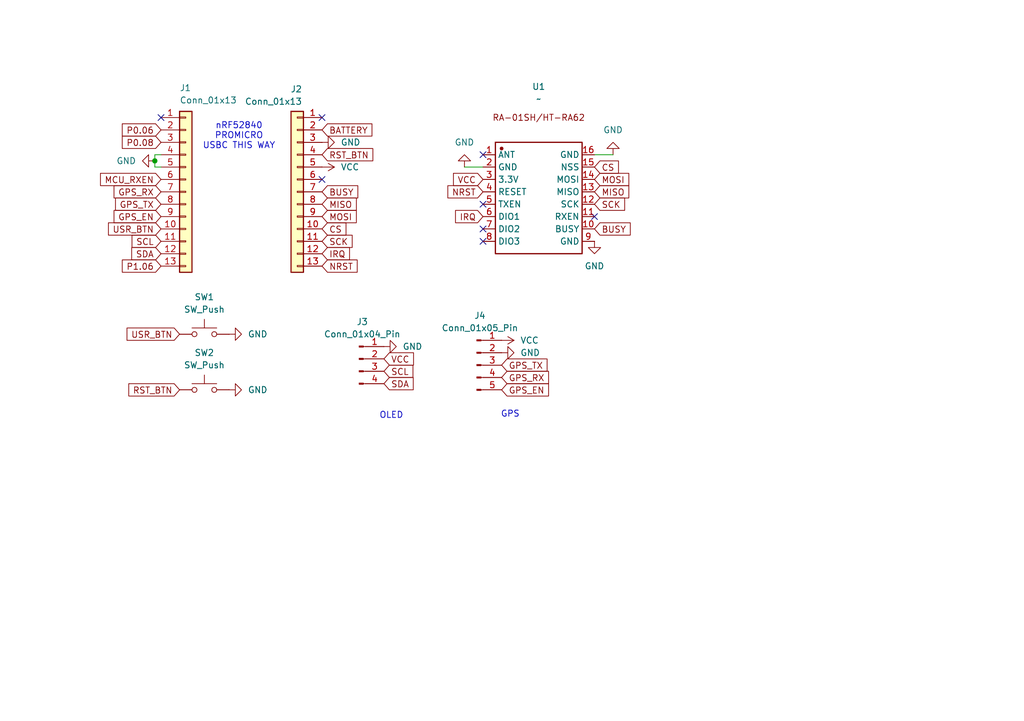
<source format=kicad_sch>
(kicad_sch
	(version 20250114)
	(generator "eeschema")
	(generator_version "9.0")
	(uuid "05221093-dd14-4db0-8994-62be392b6811")
	(paper "A5")
	(lib_symbols
		(symbol "Connector:Conn_01x04_Pin"
			(pin_names
				(offset 1.016)
				(hide yes)
			)
			(exclude_from_sim no)
			(in_bom yes)
			(on_board yes)
			(property "Reference" "J"
				(at 0 5.08 0)
				(effects
					(font
						(size 1.27 1.27)
					)
				)
			)
			(property "Value" "Conn_01x04_Pin"
				(at 0 -7.62 0)
				(effects
					(font
						(size 1.27 1.27)
					)
				)
			)
			(property "Footprint" ""
				(at 0 0 0)
				(effects
					(font
						(size 1.27 1.27)
					)
					(hide yes)
				)
			)
			(property "Datasheet" "~"
				(at 0 0 0)
				(effects
					(font
						(size 1.27 1.27)
					)
					(hide yes)
				)
			)
			(property "Description" "Generic connector, single row, 01x04, script generated"
				(at 0 0 0)
				(effects
					(font
						(size 1.27 1.27)
					)
					(hide yes)
				)
			)
			(property "ki_locked" ""
				(at 0 0 0)
				(effects
					(font
						(size 1.27 1.27)
					)
				)
			)
			(property "ki_keywords" "connector"
				(at 0 0 0)
				(effects
					(font
						(size 1.27 1.27)
					)
					(hide yes)
				)
			)
			(property "ki_fp_filters" "Connector*:*_1x??_*"
				(at 0 0 0)
				(effects
					(font
						(size 1.27 1.27)
					)
					(hide yes)
				)
			)
			(symbol "Conn_01x04_Pin_1_1"
				(rectangle
					(start 0.8636 2.667)
					(end 0 2.413)
					(stroke
						(width 0.1524)
						(type default)
					)
					(fill
						(type outline)
					)
				)
				(rectangle
					(start 0.8636 0.127)
					(end 0 -0.127)
					(stroke
						(width 0.1524)
						(type default)
					)
					(fill
						(type outline)
					)
				)
				(rectangle
					(start 0.8636 -2.413)
					(end 0 -2.667)
					(stroke
						(width 0.1524)
						(type default)
					)
					(fill
						(type outline)
					)
				)
				(rectangle
					(start 0.8636 -4.953)
					(end 0 -5.207)
					(stroke
						(width 0.1524)
						(type default)
					)
					(fill
						(type outline)
					)
				)
				(polyline
					(pts
						(xy 1.27 2.54) (xy 0.8636 2.54)
					)
					(stroke
						(width 0.1524)
						(type default)
					)
					(fill
						(type none)
					)
				)
				(polyline
					(pts
						(xy 1.27 0) (xy 0.8636 0)
					)
					(stroke
						(width 0.1524)
						(type default)
					)
					(fill
						(type none)
					)
				)
				(polyline
					(pts
						(xy 1.27 -2.54) (xy 0.8636 -2.54)
					)
					(stroke
						(width 0.1524)
						(type default)
					)
					(fill
						(type none)
					)
				)
				(polyline
					(pts
						(xy 1.27 -5.08) (xy 0.8636 -5.08)
					)
					(stroke
						(width 0.1524)
						(type default)
					)
					(fill
						(type none)
					)
				)
				(pin passive line
					(at 5.08 2.54 180)
					(length 3.81)
					(name "Pin_1"
						(effects
							(font
								(size 1.27 1.27)
							)
						)
					)
					(number "1"
						(effects
							(font
								(size 1.27 1.27)
							)
						)
					)
				)
				(pin passive line
					(at 5.08 0 180)
					(length 3.81)
					(name "Pin_2"
						(effects
							(font
								(size 1.27 1.27)
							)
						)
					)
					(number "2"
						(effects
							(font
								(size 1.27 1.27)
							)
						)
					)
				)
				(pin passive line
					(at 5.08 -2.54 180)
					(length 3.81)
					(name "Pin_3"
						(effects
							(font
								(size 1.27 1.27)
							)
						)
					)
					(number "3"
						(effects
							(font
								(size 1.27 1.27)
							)
						)
					)
				)
				(pin passive line
					(at 5.08 -5.08 180)
					(length 3.81)
					(name "Pin_4"
						(effects
							(font
								(size 1.27 1.27)
							)
						)
					)
					(number "4"
						(effects
							(font
								(size 1.27 1.27)
							)
						)
					)
				)
			)
			(embedded_fonts no)
		)
		(symbol "Connector:Conn_01x05_Pin"
			(pin_names
				(offset 1.016)
				(hide yes)
			)
			(exclude_from_sim no)
			(in_bom yes)
			(on_board yes)
			(property "Reference" "J"
				(at 0 7.62 0)
				(effects
					(font
						(size 1.27 1.27)
					)
				)
			)
			(property "Value" "Conn_01x05_Pin"
				(at 0 -7.62 0)
				(effects
					(font
						(size 1.27 1.27)
					)
				)
			)
			(property "Footprint" ""
				(at 0 0 0)
				(effects
					(font
						(size 1.27 1.27)
					)
					(hide yes)
				)
			)
			(property "Datasheet" "~"
				(at 0 0 0)
				(effects
					(font
						(size 1.27 1.27)
					)
					(hide yes)
				)
			)
			(property "Description" "Generic connector, single row, 01x05, script generated"
				(at 0 0 0)
				(effects
					(font
						(size 1.27 1.27)
					)
					(hide yes)
				)
			)
			(property "ki_locked" ""
				(at 0 0 0)
				(effects
					(font
						(size 1.27 1.27)
					)
				)
			)
			(property "ki_keywords" "connector"
				(at 0 0 0)
				(effects
					(font
						(size 1.27 1.27)
					)
					(hide yes)
				)
			)
			(property "ki_fp_filters" "Connector*:*_1x??_*"
				(at 0 0 0)
				(effects
					(font
						(size 1.27 1.27)
					)
					(hide yes)
				)
			)
			(symbol "Conn_01x05_Pin_1_1"
				(rectangle
					(start 0.8636 5.207)
					(end 0 4.953)
					(stroke
						(width 0.1524)
						(type default)
					)
					(fill
						(type outline)
					)
				)
				(rectangle
					(start 0.8636 2.667)
					(end 0 2.413)
					(stroke
						(width 0.1524)
						(type default)
					)
					(fill
						(type outline)
					)
				)
				(rectangle
					(start 0.8636 0.127)
					(end 0 -0.127)
					(stroke
						(width 0.1524)
						(type default)
					)
					(fill
						(type outline)
					)
				)
				(rectangle
					(start 0.8636 -2.413)
					(end 0 -2.667)
					(stroke
						(width 0.1524)
						(type default)
					)
					(fill
						(type outline)
					)
				)
				(rectangle
					(start 0.8636 -4.953)
					(end 0 -5.207)
					(stroke
						(width 0.1524)
						(type default)
					)
					(fill
						(type outline)
					)
				)
				(polyline
					(pts
						(xy 1.27 5.08) (xy 0.8636 5.08)
					)
					(stroke
						(width 0.1524)
						(type default)
					)
					(fill
						(type none)
					)
				)
				(polyline
					(pts
						(xy 1.27 2.54) (xy 0.8636 2.54)
					)
					(stroke
						(width 0.1524)
						(type default)
					)
					(fill
						(type none)
					)
				)
				(polyline
					(pts
						(xy 1.27 0) (xy 0.8636 0)
					)
					(stroke
						(width 0.1524)
						(type default)
					)
					(fill
						(type none)
					)
				)
				(polyline
					(pts
						(xy 1.27 -2.54) (xy 0.8636 -2.54)
					)
					(stroke
						(width 0.1524)
						(type default)
					)
					(fill
						(type none)
					)
				)
				(polyline
					(pts
						(xy 1.27 -5.08) (xy 0.8636 -5.08)
					)
					(stroke
						(width 0.1524)
						(type default)
					)
					(fill
						(type none)
					)
				)
				(pin passive line
					(at 5.08 5.08 180)
					(length 3.81)
					(name "Pin_1"
						(effects
							(font
								(size 1.27 1.27)
							)
						)
					)
					(number "1"
						(effects
							(font
								(size 1.27 1.27)
							)
						)
					)
				)
				(pin passive line
					(at 5.08 2.54 180)
					(length 3.81)
					(name "Pin_2"
						(effects
							(font
								(size 1.27 1.27)
							)
						)
					)
					(number "2"
						(effects
							(font
								(size 1.27 1.27)
							)
						)
					)
				)
				(pin passive line
					(at 5.08 0 180)
					(length 3.81)
					(name "Pin_3"
						(effects
							(font
								(size 1.27 1.27)
							)
						)
					)
					(number "3"
						(effects
							(font
								(size 1.27 1.27)
							)
						)
					)
				)
				(pin passive line
					(at 5.08 -2.54 180)
					(length 3.81)
					(name "Pin_4"
						(effects
							(font
								(size 1.27 1.27)
							)
						)
					)
					(number "4"
						(effects
							(font
								(size 1.27 1.27)
							)
						)
					)
				)
				(pin passive line
					(at 5.08 -5.08 180)
					(length 3.81)
					(name "Pin_5"
						(effects
							(font
								(size 1.27 1.27)
							)
						)
					)
					(number "5"
						(effects
							(font
								(size 1.27 1.27)
							)
						)
					)
				)
			)
			(embedded_fonts no)
		)
		(symbol "Connector_Generic:Conn_01x13"
			(pin_names
				(offset 1.016)
				(hide yes)
			)
			(exclude_from_sim no)
			(in_bom yes)
			(on_board yes)
			(property "Reference" "J"
				(at 0 17.78 0)
				(effects
					(font
						(size 1.27 1.27)
					)
				)
			)
			(property "Value" "Conn_01x13"
				(at 0 -17.78 0)
				(effects
					(font
						(size 1.27 1.27)
					)
				)
			)
			(property "Footprint" ""
				(at 0 0 0)
				(effects
					(font
						(size 1.27 1.27)
					)
					(hide yes)
				)
			)
			(property "Datasheet" "~"
				(at 0 0 0)
				(effects
					(font
						(size 1.27 1.27)
					)
					(hide yes)
				)
			)
			(property "Description" "Generic connector, single row, 01x13, script generated (kicad-library-utils/schlib/autogen/connector/)"
				(at 0 0 0)
				(effects
					(font
						(size 1.27 1.27)
					)
					(hide yes)
				)
			)
			(property "ki_keywords" "connector"
				(at 0 0 0)
				(effects
					(font
						(size 1.27 1.27)
					)
					(hide yes)
				)
			)
			(property "ki_fp_filters" "Connector*:*_1x??_*"
				(at 0 0 0)
				(effects
					(font
						(size 1.27 1.27)
					)
					(hide yes)
				)
			)
			(symbol "Conn_01x13_1_1"
				(rectangle
					(start -1.27 16.51)
					(end 1.27 -16.51)
					(stroke
						(width 0.254)
						(type default)
					)
					(fill
						(type background)
					)
				)
				(rectangle
					(start -1.27 15.367)
					(end 0 15.113)
					(stroke
						(width 0.1524)
						(type default)
					)
					(fill
						(type none)
					)
				)
				(rectangle
					(start -1.27 12.827)
					(end 0 12.573)
					(stroke
						(width 0.1524)
						(type default)
					)
					(fill
						(type none)
					)
				)
				(rectangle
					(start -1.27 10.287)
					(end 0 10.033)
					(stroke
						(width 0.1524)
						(type default)
					)
					(fill
						(type none)
					)
				)
				(rectangle
					(start -1.27 7.747)
					(end 0 7.493)
					(stroke
						(width 0.1524)
						(type default)
					)
					(fill
						(type none)
					)
				)
				(rectangle
					(start -1.27 5.207)
					(end 0 4.953)
					(stroke
						(width 0.1524)
						(type default)
					)
					(fill
						(type none)
					)
				)
				(rectangle
					(start -1.27 2.667)
					(end 0 2.413)
					(stroke
						(width 0.1524)
						(type default)
					)
					(fill
						(type none)
					)
				)
				(rectangle
					(start -1.27 0.127)
					(end 0 -0.127)
					(stroke
						(width 0.1524)
						(type default)
					)
					(fill
						(type none)
					)
				)
				(rectangle
					(start -1.27 -2.413)
					(end 0 -2.667)
					(stroke
						(width 0.1524)
						(type default)
					)
					(fill
						(type none)
					)
				)
				(rectangle
					(start -1.27 -4.953)
					(end 0 -5.207)
					(stroke
						(width 0.1524)
						(type default)
					)
					(fill
						(type none)
					)
				)
				(rectangle
					(start -1.27 -7.493)
					(end 0 -7.747)
					(stroke
						(width 0.1524)
						(type default)
					)
					(fill
						(type none)
					)
				)
				(rectangle
					(start -1.27 -10.033)
					(end 0 -10.287)
					(stroke
						(width 0.1524)
						(type default)
					)
					(fill
						(type none)
					)
				)
				(rectangle
					(start -1.27 -12.573)
					(end 0 -12.827)
					(stroke
						(width 0.1524)
						(type default)
					)
					(fill
						(type none)
					)
				)
				(rectangle
					(start -1.27 -15.113)
					(end 0 -15.367)
					(stroke
						(width 0.1524)
						(type default)
					)
					(fill
						(type none)
					)
				)
				(pin passive line
					(at -5.08 15.24 0)
					(length 3.81)
					(name "Pin_1"
						(effects
							(font
								(size 1.27 1.27)
							)
						)
					)
					(number "1"
						(effects
							(font
								(size 1.27 1.27)
							)
						)
					)
				)
				(pin passive line
					(at -5.08 12.7 0)
					(length 3.81)
					(name "Pin_2"
						(effects
							(font
								(size 1.27 1.27)
							)
						)
					)
					(number "2"
						(effects
							(font
								(size 1.27 1.27)
							)
						)
					)
				)
				(pin passive line
					(at -5.08 10.16 0)
					(length 3.81)
					(name "Pin_3"
						(effects
							(font
								(size 1.27 1.27)
							)
						)
					)
					(number "3"
						(effects
							(font
								(size 1.27 1.27)
							)
						)
					)
				)
				(pin passive line
					(at -5.08 7.62 0)
					(length 3.81)
					(name "Pin_4"
						(effects
							(font
								(size 1.27 1.27)
							)
						)
					)
					(number "4"
						(effects
							(font
								(size 1.27 1.27)
							)
						)
					)
				)
				(pin passive line
					(at -5.08 5.08 0)
					(length 3.81)
					(name "Pin_5"
						(effects
							(font
								(size 1.27 1.27)
							)
						)
					)
					(number "5"
						(effects
							(font
								(size 1.27 1.27)
							)
						)
					)
				)
				(pin passive line
					(at -5.08 2.54 0)
					(length 3.81)
					(name "Pin_6"
						(effects
							(font
								(size 1.27 1.27)
							)
						)
					)
					(number "6"
						(effects
							(font
								(size 1.27 1.27)
							)
						)
					)
				)
				(pin passive line
					(at -5.08 0 0)
					(length 3.81)
					(name "Pin_7"
						(effects
							(font
								(size 1.27 1.27)
							)
						)
					)
					(number "7"
						(effects
							(font
								(size 1.27 1.27)
							)
						)
					)
				)
				(pin passive line
					(at -5.08 -2.54 0)
					(length 3.81)
					(name "Pin_8"
						(effects
							(font
								(size 1.27 1.27)
							)
						)
					)
					(number "8"
						(effects
							(font
								(size 1.27 1.27)
							)
						)
					)
				)
				(pin passive line
					(at -5.08 -5.08 0)
					(length 3.81)
					(name "Pin_9"
						(effects
							(font
								(size 1.27 1.27)
							)
						)
					)
					(number "9"
						(effects
							(font
								(size 1.27 1.27)
							)
						)
					)
				)
				(pin passive line
					(at -5.08 -7.62 0)
					(length 3.81)
					(name "Pin_10"
						(effects
							(font
								(size 1.27 1.27)
							)
						)
					)
					(number "10"
						(effects
							(font
								(size 1.27 1.27)
							)
						)
					)
				)
				(pin passive line
					(at -5.08 -10.16 0)
					(length 3.81)
					(name "Pin_11"
						(effects
							(font
								(size 1.27 1.27)
							)
						)
					)
					(number "11"
						(effects
							(font
								(size 1.27 1.27)
							)
						)
					)
				)
				(pin passive line
					(at -5.08 -12.7 0)
					(length 3.81)
					(name "Pin_12"
						(effects
							(font
								(size 1.27 1.27)
							)
						)
					)
					(number "12"
						(effects
							(font
								(size 1.27 1.27)
							)
						)
					)
				)
				(pin passive line
					(at -5.08 -15.24 0)
					(length 3.81)
					(name "Pin_13"
						(effects
							(font
								(size 1.27 1.27)
							)
						)
					)
					(number "13"
						(effects
							(font
								(size 1.27 1.27)
							)
						)
					)
				)
			)
			(embedded_fonts no)
		)
		(symbol "RA-01SH:RA-01SH"
			(exclude_from_sim no)
			(in_bom yes)
			(on_board yes)
			(property "Reference" "U"
				(at 0 19.05 0)
				(effects
					(font
						(size 1.27 1.27)
					)
				)
			)
			(property "Value" ""
				(at 0 0 0)
				(effects
					(font
						(size 1.27 1.27)
					)
				)
			)
			(property "Footprint" "RA-01SH:RA-01SH"
				(at 0 13.97 0)
				(effects
					(font
						(size 1.27 1.27)
					)
					(hide yes)
				)
			)
			(property "Datasheet" ""
				(at 0 0 0)
				(effects
					(font
						(size 1.27 1.27)
					)
					(hide yes)
				)
			)
			(property "Description" ""
				(at 0 0 0)
				(effects
					(font
						(size 1.27 1.27)
					)
					(hide yes)
				)
			)
			(symbol "RA-01SH_0_0"
				(rectangle
					(start -8.89 11.43)
					(end 8.89 -11.43)
					(stroke
						(width 0.254)
						(type solid)
					)
					(fill
						(type none)
					)
				)
				(circle
					(center -7.62 10.16)
					(radius 0.254)
					(stroke
						(width 0.254)
						(type solid)
					)
					(fill
						(type outline)
					)
				)
				(pin unspecified line
					(at -11.43 8.89 0)
					(length 2.54)
					(name "ANT"
						(effects
							(font
								(size 1.27 1.27)
							)
						)
					)
					(number "1"
						(effects
							(font
								(size 1.27 1.27)
							)
						)
					)
				)
				(pin unspecified line
					(at -11.43 6.35 0)
					(length 2.54)
					(name "GND"
						(effects
							(font
								(size 1.27 1.27)
							)
						)
					)
					(number "2"
						(effects
							(font
								(size 1.27 1.27)
							)
						)
					)
				)
				(pin unspecified line
					(at -11.43 3.81 0)
					(length 2.54)
					(name "3.3V"
						(effects
							(font
								(size 1.27 1.27)
							)
						)
					)
					(number "3"
						(effects
							(font
								(size 1.27 1.27)
							)
						)
					)
				)
				(pin unspecified line
					(at -11.43 1.27 0)
					(length 2.54)
					(name "RESET"
						(effects
							(font
								(size 1.27 1.27)
							)
						)
					)
					(number "4"
						(effects
							(font
								(size 1.27 1.27)
							)
						)
					)
				)
				(pin unspecified line
					(at -11.43 -1.27 0)
					(length 2.54)
					(name "TXEN"
						(effects
							(font
								(size 1.27 1.27)
							)
						)
					)
					(number "5"
						(effects
							(font
								(size 1.27 1.27)
							)
						)
					)
				)
				(pin unspecified line
					(at -11.43 -3.81 0)
					(length 2.54)
					(name "DIO1"
						(effects
							(font
								(size 1.27 1.27)
							)
						)
					)
					(number "6"
						(effects
							(font
								(size 1.27 1.27)
							)
						)
					)
				)
				(pin unspecified line
					(at -11.43 -6.35 0)
					(length 2.54)
					(name "DIO2"
						(effects
							(font
								(size 1.27 1.27)
							)
						)
					)
					(number "7"
						(effects
							(font
								(size 1.27 1.27)
							)
						)
					)
				)
				(pin unspecified line
					(at -11.43 -8.89 0)
					(length 2.54)
					(name "DIO3"
						(effects
							(font
								(size 1.27 1.27)
							)
						)
					)
					(number "8"
						(effects
							(font
								(size 1.27 1.27)
							)
						)
					)
				)
				(pin unspecified line
					(at 11.43 8.89 180)
					(length 2.54)
					(name "GND"
						(effects
							(font
								(size 1.27 1.27)
							)
						)
					)
					(number "16"
						(effects
							(font
								(size 1.27 1.27)
							)
						)
					)
				)
				(pin unspecified line
					(at 11.43 6.35 180)
					(length 2.54)
					(name "NSS"
						(effects
							(font
								(size 1.27 1.27)
							)
						)
					)
					(number "15"
						(effects
							(font
								(size 1.27 1.27)
							)
						)
					)
				)
				(pin unspecified line
					(at 11.43 3.81 180)
					(length 2.54)
					(name "MOSI"
						(effects
							(font
								(size 1.27 1.27)
							)
						)
					)
					(number "14"
						(effects
							(font
								(size 1.27 1.27)
							)
						)
					)
				)
				(pin unspecified line
					(at 11.43 1.27 180)
					(length 2.54)
					(name "MISO"
						(effects
							(font
								(size 1.27 1.27)
							)
						)
					)
					(number "13"
						(effects
							(font
								(size 1.27 1.27)
							)
						)
					)
				)
				(pin unspecified line
					(at 11.43 -1.27 180)
					(length 2.54)
					(name "SCK"
						(effects
							(font
								(size 1.27 1.27)
							)
						)
					)
					(number "12"
						(effects
							(font
								(size 1.27 1.27)
							)
						)
					)
				)
				(pin unspecified line
					(at 11.43 -3.81 180)
					(length 2.54)
					(name "RXEN"
						(effects
							(font
								(size 1.27 1.27)
							)
						)
					)
					(number "11"
						(effects
							(font
								(size 1.27 1.27)
							)
						)
					)
				)
				(pin unspecified line
					(at 11.43 -6.35 180)
					(length 2.54)
					(name "BUSY"
						(effects
							(font
								(size 1.27 1.27)
							)
						)
					)
					(number "10"
						(effects
							(font
								(size 1.27 1.27)
							)
						)
					)
				)
				(pin unspecified line
					(at 11.43 -8.89 180)
					(length 2.54)
					(name "GND"
						(effects
							(font
								(size 1.27 1.27)
							)
						)
					)
					(number "9"
						(effects
							(font
								(size 1.27 1.27)
							)
						)
					)
				)
			)
			(symbol "RA-01SH_1_1"
				(text "RA-01SH/HT-RA62\n"
					(at 0 16.51 0)
					(effects
						(font
							(size 1.27 1.27)
						)
					)
				)
			)
			(embedded_fonts no)
		)
		(symbol "Switch:SW_Push"
			(pin_numbers
				(hide yes)
			)
			(pin_names
				(offset 1.016)
				(hide yes)
			)
			(exclude_from_sim no)
			(in_bom yes)
			(on_board yes)
			(property "Reference" "SW"
				(at 1.27 2.54 0)
				(effects
					(font
						(size 1.27 1.27)
					)
					(justify left)
				)
			)
			(property "Value" "SW_Push"
				(at 0 -1.524 0)
				(effects
					(font
						(size 1.27 1.27)
					)
				)
			)
			(property "Footprint" ""
				(at 0 5.08 0)
				(effects
					(font
						(size 1.27 1.27)
					)
					(hide yes)
				)
			)
			(property "Datasheet" "~"
				(at 0 5.08 0)
				(effects
					(font
						(size 1.27 1.27)
					)
					(hide yes)
				)
			)
			(property "Description" "Push button switch, generic, two pins"
				(at 0 0 0)
				(effects
					(font
						(size 1.27 1.27)
					)
					(hide yes)
				)
			)
			(property "ki_keywords" "switch normally-open pushbutton push-button"
				(at 0 0 0)
				(effects
					(font
						(size 1.27 1.27)
					)
					(hide yes)
				)
			)
			(symbol "SW_Push_0_1"
				(circle
					(center -2.032 0)
					(radius 0.508)
					(stroke
						(width 0)
						(type default)
					)
					(fill
						(type none)
					)
				)
				(polyline
					(pts
						(xy 0 1.27) (xy 0 3.048)
					)
					(stroke
						(width 0)
						(type default)
					)
					(fill
						(type none)
					)
				)
				(circle
					(center 2.032 0)
					(radius 0.508)
					(stroke
						(width 0)
						(type default)
					)
					(fill
						(type none)
					)
				)
				(polyline
					(pts
						(xy 2.54 1.27) (xy -2.54 1.27)
					)
					(stroke
						(width 0)
						(type default)
					)
					(fill
						(type none)
					)
				)
				(pin passive line
					(at -5.08 0 0)
					(length 2.54)
					(name "1"
						(effects
							(font
								(size 1.27 1.27)
							)
						)
					)
					(number "1"
						(effects
							(font
								(size 1.27 1.27)
							)
						)
					)
				)
				(pin passive line
					(at 5.08 0 180)
					(length 2.54)
					(name "2"
						(effects
							(font
								(size 1.27 1.27)
							)
						)
					)
					(number "2"
						(effects
							(font
								(size 1.27 1.27)
							)
						)
					)
				)
			)
			(embedded_fonts no)
		)
		(symbol "power:GND"
			(power)
			(pin_numbers
				(hide yes)
			)
			(pin_names
				(offset 0)
				(hide yes)
			)
			(exclude_from_sim no)
			(in_bom yes)
			(on_board yes)
			(property "Reference" "#PWR"
				(at 0 -6.35 0)
				(effects
					(font
						(size 1.27 1.27)
					)
					(hide yes)
				)
			)
			(property "Value" "GND"
				(at 0 -3.81 0)
				(effects
					(font
						(size 1.27 1.27)
					)
				)
			)
			(property "Footprint" ""
				(at 0 0 0)
				(effects
					(font
						(size 1.27 1.27)
					)
					(hide yes)
				)
			)
			(property "Datasheet" ""
				(at 0 0 0)
				(effects
					(font
						(size 1.27 1.27)
					)
					(hide yes)
				)
			)
			(property "Description" "Power symbol creates a global label with name \"GND\" , ground"
				(at 0 0 0)
				(effects
					(font
						(size 1.27 1.27)
					)
					(hide yes)
				)
			)
			(property "ki_keywords" "global power"
				(at 0 0 0)
				(effects
					(font
						(size 1.27 1.27)
					)
					(hide yes)
				)
			)
			(symbol "GND_0_1"
				(polyline
					(pts
						(xy 0 0) (xy 0 -1.27) (xy 1.27 -1.27) (xy 0 -2.54) (xy -1.27 -1.27) (xy 0 -1.27)
					)
					(stroke
						(width 0)
						(type default)
					)
					(fill
						(type none)
					)
				)
			)
			(symbol "GND_1_1"
				(pin power_in line
					(at 0 0 270)
					(length 0)
					(name "~"
						(effects
							(font
								(size 1.27 1.27)
							)
						)
					)
					(number "1"
						(effects
							(font
								(size 1.27 1.27)
							)
						)
					)
				)
			)
			(embedded_fonts no)
		)
		(symbol "power:VCC"
			(power)
			(pin_numbers
				(hide yes)
			)
			(pin_names
				(offset 0)
				(hide yes)
			)
			(exclude_from_sim no)
			(in_bom yes)
			(on_board yes)
			(property "Reference" "#PWR"
				(at 0 -3.81 0)
				(effects
					(font
						(size 1.27 1.27)
					)
					(hide yes)
				)
			)
			(property "Value" "VCC"
				(at 0 3.556 0)
				(effects
					(font
						(size 1.27 1.27)
					)
				)
			)
			(property "Footprint" ""
				(at 0 0 0)
				(effects
					(font
						(size 1.27 1.27)
					)
					(hide yes)
				)
			)
			(property "Datasheet" ""
				(at 0 0 0)
				(effects
					(font
						(size 1.27 1.27)
					)
					(hide yes)
				)
			)
			(property "Description" "Power symbol creates a global label with name \"VCC\""
				(at 0 0 0)
				(effects
					(font
						(size 1.27 1.27)
					)
					(hide yes)
				)
			)
			(property "ki_keywords" "global power"
				(at 0 0 0)
				(effects
					(font
						(size 1.27 1.27)
					)
					(hide yes)
				)
			)
			(symbol "VCC_0_1"
				(polyline
					(pts
						(xy -0.762 1.27) (xy 0 2.54)
					)
					(stroke
						(width 0)
						(type default)
					)
					(fill
						(type none)
					)
				)
				(polyline
					(pts
						(xy 0 2.54) (xy 0.762 1.27)
					)
					(stroke
						(width 0)
						(type default)
					)
					(fill
						(type none)
					)
				)
				(polyline
					(pts
						(xy 0 0) (xy 0 2.54)
					)
					(stroke
						(width 0)
						(type default)
					)
					(fill
						(type none)
					)
				)
			)
			(symbol "VCC_1_1"
				(pin power_in line
					(at 0 0 90)
					(length 0)
					(name "~"
						(effects
							(font
								(size 1.27 1.27)
							)
						)
					)
					(number "1"
						(effects
							(font
								(size 1.27 1.27)
							)
						)
					)
				)
			)
			(embedded_fonts no)
		)
	)
	(text "OLED\n"
		(exclude_from_sim no)
		(at 80.264 85.344 0)
		(effects
			(font
				(size 1.27 1.27)
			)
		)
		(uuid "7876e371-aa20-490c-822d-17829fe0f674")
	)
	(text "GPS\n"
		(exclude_from_sim no)
		(at 104.648 85.09 0)
		(effects
			(font
				(size 1.27 1.27)
			)
		)
		(uuid "cb8579ac-1e03-4c7c-9a5c-39255b84a6f3")
	)
	(text "nRF52840\nPROMICRO\nUSBC THIS WAY"
		(exclude_from_sim no)
		(at 49.022 27.94 0)
		(effects
			(font
				(size 1.27 1.27)
			)
		)
		(uuid "feb4e78a-6b10-499b-b305-eaee636b3f80")
	)
	(junction
		(at 31.75 33.02)
		(diameter 0)
		(color 0 0 0 0)
		(uuid "146364c0-a1e3-47d5-b942-282508061d44")
	)
	(no_connect
		(at 99.06 46.99)
		(uuid "28ebd953-d020-4137-9d98-5d751f60c457")
	)
	(no_connect
		(at 99.06 31.75)
		(uuid "2bbe0fd6-b28d-4350-ad38-ddc1333d8a4f")
	)
	(no_connect
		(at 66.04 24.13)
		(uuid "93418fdc-4492-4546-ae11-748e710089dd")
	)
	(no_connect
		(at 66.04 36.83)
		(uuid "96f45436-a052-4380-b549-97ecd1b0e47f")
	)
	(no_connect
		(at 33.02 24.13)
		(uuid "9bc7c931-9305-459b-8bac-c365c2da5d42")
	)
	(no_connect
		(at 99.06 49.53)
		(uuid "9fc6fc65-3455-4666-b5bb-42829dd9b7b4")
	)
	(no_connect
		(at 121.92 44.45)
		(uuid "d69a2ecf-0ba8-4224-82ba-1ff6bb2fde64")
	)
	(no_connect
		(at 99.06 41.91)
		(uuid "f44c665f-3b27-479a-b33d-9c48dd625a63")
	)
	(wire
		(pts
			(xy 33.02 31.75) (xy 31.75 31.75)
		)
		(stroke
			(width 0)
			(type default)
		)
		(uuid "4ab58aee-b7cf-4557-ac18-0a62b48e0442")
	)
	(wire
		(pts
			(xy 33.02 34.29) (xy 31.75 34.29)
		)
		(stroke
			(width 0)
			(type default)
		)
		(uuid "5addde50-8385-46ec-96b0-7bc84b94521a")
	)
	(wire
		(pts
			(xy 125.73 31.75) (xy 121.92 31.75)
		)
		(stroke
			(width 0)
			(type default)
		)
		(uuid "6f48bc01-e0ce-4e1d-a57f-fde6db85cfa7")
	)
	(wire
		(pts
			(xy 31.75 34.29) (xy 31.75 33.02)
		)
		(stroke
			(width 0)
			(type default)
		)
		(uuid "7fbc20e8-1c14-4620-bef4-1539bd2a76ce")
	)
	(wire
		(pts
			(xy 95.25 34.29) (xy 99.06 34.29)
		)
		(stroke
			(width 0)
			(type default)
		)
		(uuid "8e586492-772a-45e5-9c24-991a802b4e0a")
	)
	(wire
		(pts
			(xy 31.75 31.75) (xy 31.75 33.02)
		)
		(stroke
			(width 0)
			(type default)
		)
		(uuid "d7f3779e-71f1-4303-8ed2-a70bd82f408d")
	)
	(global_label "USR_BTN"
		(shape input)
		(at 33.02 46.99 180)
		(fields_autoplaced yes)
		(effects
			(font
				(size 1.27 1.27)
			)
			(justify right)
		)
		(uuid "0a2000a3-d44b-493b-8966-debd322fba47")
		(property "Intersheetrefs" "${INTERSHEET_REFS}"
			(at 21.6891 46.99 0)
			(effects
				(font
					(size 1.27 1.27)
				)
				(justify right)
				(hide yes)
			)
		)
	)
	(global_label "BUSY"
		(shape input)
		(at 66.04 39.37 0)
		(fields_autoplaced yes)
		(effects
			(font
				(size 1.27 1.27)
			)
			(justify left)
		)
		(uuid "0c804a93-4c6d-4042-b523-f649e66a31d7")
		(property "Intersheetrefs" "${INTERSHEET_REFS}"
			(at 73.9238 39.37 0)
			(effects
				(font
					(size 1.27 1.27)
				)
				(justify left)
				(hide yes)
			)
		)
	)
	(global_label "BATTERY"
		(shape input)
		(at 66.04 26.67 0)
		(fields_autoplaced yes)
		(effects
			(font
				(size 1.27 1.27)
			)
			(justify left)
		)
		(uuid "19dda136-63b4-42aa-861e-dd48a1138318")
		(property "Intersheetrefs" "${INTERSHEET_REFS}"
			(at 76.8266 26.67 0)
			(effects
				(font
					(size 1.27 1.27)
				)
				(justify left)
				(hide yes)
			)
		)
	)
	(global_label "CS"
		(shape input)
		(at 66.04 46.99 0)
		(fields_autoplaced yes)
		(effects
			(font
				(size 1.27 1.27)
			)
			(justify left)
		)
		(uuid "1e676100-0904-49bd-a4c7-6a6035daf447")
		(property "Intersheetrefs" "${INTERSHEET_REFS}"
			(at 71.5047 46.99 0)
			(effects
				(font
					(size 1.27 1.27)
				)
				(justify left)
				(hide yes)
			)
		)
	)
	(global_label "VCC"
		(shape input)
		(at 99.06 36.83 180)
		(fields_autoplaced yes)
		(effects
			(font
				(size 1.27 1.27)
			)
			(justify right)
		)
		(uuid "208e9d47-279a-4ea5-a736-21c25854ef71")
		(property "Intersheetrefs" "${INTERSHEET_REFS}"
			(at 92.4462 36.83 0)
			(effects
				(font
					(size 1.27 1.27)
				)
				(justify right)
				(hide yes)
			)
		)
	)
	(global_label "IRQ"
		(shape input)
		(at 99.06 44.45 180)
		(fields_autoplaced yes)
		(effects
			(font
				(size 1.27 1.27)
			)
			(justify right)
		)
		(uuid "347087e0-1861-4760-95df-3234edfb07aa")
		(property "Intersheetrefs" "${INTERSHEET_REFS}"
			(at 92.8695 44.45 0)
			(effects
				(font
					(size 1.27 1.27)
				)
				(justify right)
				(hide yes)
			)
		)
	)
	(global_label "MOSI"
		(shape input)
		(at 121.92 36.83 0)
		(fields_autoplaced yes)
		(effects
			(font
				(size 1.27 1.27)
			)
			(justify left)
		)
		(uuid "3d1e0053-418c-40d7-a0d1-0d583fccfbd2")
		(property "Intersheetrefs" "${INTERSHEET_REFS}"
			(at 129.5014 36.83 0)
			(effects
				(font
					(size 1.27 1.27)
				)
				(justify left)
				(hide yes)
			)
		)
	)
	(global_label "SCK"
		(shape input)
		(at 66.04 49.53 0)
		(fields_autoplaced yes)
		(effects
			(font
				(size 1.27 1.27)
			)
			(justify left)
		)
		(uuid "4516b1bc-06ed-41b7-a2a9-6aa197c06a39")
		(property "Intersheetrefs" "${INTERSHEET_REFS}"
			(at 72.7747 49.53 0)
			(effects
				(font
					(size 1.27 1.27)
				)
				(justify left)
				(hide yes)
			)
		)
	)
	(global_label "SCK"
		(shape input)
		(at 121.92 41.91 0)
		(fields_autoplaced yes)
		(effects
			(font
				(size 1.27 1.27)
			)
			(justify left)
		)
		(uuid "54413c7f-047d-4a5a-b46b-6eecf5c54bfd")
		(property "Intersheetrefs" "${INTERSHEET_REFS}"
			(at 128.6547 41.91 0)
			(effects
				(font
					(size 1.27 1.27)
				)
				(justify left)
				(hide yes)
			)
		)
	)
	(global_label "GPS_RX"
		(shape input)
		(at 102.87 77.47 0)
		(fields_autoplaced yes)
		(effects
			(font
				(size 1.27 1.27)
			)
			(justify left)
		)
		(uuid "658f171b-50f3-4a1e-870b-266e91ec188f")
		(property "Intersheetrefs" "${INTERSHEET_REFS}"
			(at 113.0518 77.47 0)
			(effects
				(font
					(size 1.27 1.27)
				)
				(justify left)
				(hide yes)
			)
		)
	)
	(global_label "MISO"
		(shape input)
		(at 121.92 39.37 0)
		(fields_autoplaced yes)
		(effects
			(font
				(size 1.27 1.27)
			)
			(justify left)
		)
		(uuid "67344255-46e7-4be9-a7e2-970e4f29a5d0")
		(property "Intersheetrefs" "${INTERSHEET_REFS}"
			(at 129.5014 39.37 0)
			(effects
				(font
					(size 1.27 1.27)
				)
				(justify left)
				(hide yes)
			)
		)
	)
	(global_label "NRST"
		(shape input)
		(at 66.04 54.61 0)
		(fields_autoplaced yes)
		(effects
			(font
				(size 1.27 1.27)
			)
			(justify left)
		)
		(uuid "6e2238cf-bce6-430a-9718-326a9639f67e")
		(property "Intersheetrefs" "${INTERSHEET_REFS}"
			(at 73.8028 54.61 0)
			(effects
				(font
					(size 1.27 1.27)
				)
				(justify left)
				(hide yes)
			)
		)
	)
	(global_label "MOSI"
		(shape input)
		(at 66.04 44.45 0)
		(fields_autoplaced yes)
		(effects
			(font
				(size 1.27 1.27)
			)
			(justify left)
		)
		(uuid "6f0d57e0-2c0f-429f-a1cd-b8a685bcfbce")
		(property "Intersheetrefs" "${INTERSHEET_REFS}"
			(at 73.6214 44.45 0)
			(effects
				(font
					(size 1.27 1.27)
				)
				(justify left)
				(hide yes)
			)
		)
	)
	(global_label "SDA"
		(shape input)
		(at 33.02 52.07 180)
		(fields_autoplaced yes)
		(effects
			(font
				(size 1.27 1.27)
			)
			(justify right)
		)
		(uuid "72fff233-67cd-4f35-92e8-065afa91be82")
		(property "Intersheetrefs" "${INTERSHEET_REFS}"
			(at 26.4667 52.07 0)
			(effects
				(font
					(size 1.27 1.27)
				)
				(justify right)
				(hide yes)
			)
		)
	)
	(global_label "GPS_TX"
		(shape input)
		(at 102.87 74.93 0)
		(fields_autoplaced yes)
		(effects
			(font
				(size 1.27 1.27)
			)
			(justify left)
		)
		(uuid "7327a825-ce30-4eab-bac6-ad339adc700e")
		(property "Intersheetrefs" "${INTERSHEET_REFS}"
			(at 112.7494 74.93 0)
			(effects
				(font
					(size 1.27 1.27)
				)
				(justify left)
				(hide yes)
			)
		)
	)
	(global_label "USR_BTN"
		(shape input)
		(at 36.83 68.58 180)
		(fields_autoplaced yes)
		(effects
			(font
				(size 1.27 1.27)
			)
			(justify right)
		)
		(uuid "80044233-52b6-47d6-b8bc-ffb6c88e0303")
		(property "Intersheetrefs" "${INTERSHEET_REFS}"
			(at 25.4991 68.58 0)
			(effects
				(font
					(size 1.27 1.27)
				)
				(justify right)
				(hide yes)
			)
		)
	)
	(global_label "P1.06"
		(shape input)
		(at 33.02 54.61 180)
		(fields_autoplaced yes)
		(effects
			(font
				(size 1.27 1.27)
			)
			(justify right)
		)
		(uuid "8b5c144b-3956-4f22-8022-537bc2984a46")
		(property "Intersheetrefs" "${INTERSHEET_REFS}"
			(at 24.5315 54.61 0)
			(effects
				(font
					(size 1.27 1.27)
				)
				(justify right)
				(hide yes)
			)
		)
	)
	(global_label "SCL"
		(shape input)
		(at 78.74 76.2 0)
		(fields_autoplaced yes)
		(effects
			(font
				(size 1.27 1.27)
			)
			(justify left)
		)
		(uuid "9238a08f-b345-448a-b4cc-9b71aa24f54f")
		(property "Intersheetrefs" "${INTERSHEET_REFS}"
			(at 85.2328 76.2 0)
			(effects
				(font
					(size 1.27 1.27)
				)
				(justify left)
				(hide yes)
			)
		)
	)
	(global_label "IRQ"
		(shape input)
		(at 66.04 52.07 0)
		(fields_autoplaced yes)
		(effects
			(font
				(size 1.27 1.27)
			)
			(justify left)
		)
		(uuid "937fb4ba-a6a6-4bb0-a80a-ef3df263a388")
		(property "Intersheetrefs" "${INTERSHEET_REFS}"
			(at 72.2305 52.07 0)
			(effects
				(font
					(size 1.27 1.27)
				)
				(justify left)
				(hide yes)
			)
		)
	)
	(global_label "MCU_RXEN"
		(shape input)
		(at 33.02 36.83 180)
		(fields_autoplaced yes)
		(effects
			(font
				(size 1.27 1.27)
			)
			(justify right)
		)
		(uuid "939c6c5d-de4c-4cf1-bdf4-f90fc6e1a5a8")
		(property "Intersheetrefs" "${INTERSHEET_REFS}"
			(at 20.0563 36.83 0)
			(effects
				(font
					(size 1.27 1.27)
				)
				(justify right)
				(hide yes)
			)
		)
	)
	(global_label "P0.08"
		(shape input)
		(at 33.02 29.21 180)
		(fields_autoplaced yes)
		(effects
			(font
				(size 1.27 1.27)
			)
			(justify right)
		)
		(uuid "9839f28b-320f-4670-baf9-85ed79ed9328")
		(property "Intersheetrefs" "${INTERSHEET_REFS}"
			(at 24.5315 29.21 0)
			(effects
				(font
					(size 1.27 1.27)
				)
				(justify right)
				(hide yes)
			)
		)
	)
	(global_label "GPS_EN"
		(shape input)
		(at 102.87 80.01 0)
		(fields_autoplaced yes)
		(effects
			(font
				(size 1.27 1.27)
			)
			(justify left)
		)
		(uuid "9a3b8f8b-eb8b-46dc-ad2c-9db27dbd93d1")
		(property "Intersheetrefs" "${INTERSHEET_REFS}"
			(at 113.0518 80.01 0)
			(effects
				(font
					(size 1.27 1.27)
				)
				(justify left)
				(hide yes)
			)
		)
	)
	(global_label "GPS_RX"
		(shape input)
		(at 33.02 39.37 180)
		(fields_autoplaced yes)
		(effects
			(font
				(size 1.27 1.27)
			)
			(justify right)
		)
		(uuid "b1714059-77a3-4fe8-a42d-16095d5f3c2c")
		(property "Intersheetrefs" "${INTERSHEET_REFS}"
			(at 22.8382 39.37 0)
			(effects
				(font
					(size 1.27 1.27)
				)
				(justify right)
				(hide yes)
			)
		)
	)
	(global_label "SCL"
		(shape input)
		(at 33.02 49.53 180)
		(fields_autoplaced yes)
		(effects
			(font
				(size 1.27 1.27)
			)
			(justify right)
		)
		(uuid "b94459b6-6d7c-4dd2-b9e8-de942a69cbf5")
		(property "Intersheetrefs" "${INTERSHEET_REFS}"
			(at 26.5272 49.53 0)
			(effects
				(font
					(size 1.27 1.27)
				)
				(justify right)
				(hide yes)
			)
		)
	)
	(global_label "VCC"
		(shape input)
		(at 78.74 73.66 0)
		(fields_autoplaced yes)
		(effects
			(font
				(size 1.27 1.27)
			)
			(justify left)
		)
		(uuid "bf43f1d1-626e-478a-b740-62dcf8cbf7b8")
		(property "Intersheetrefs" "${INTERSHEET_REFS}"
			(at 85.3538 73.66 0)
			(effects
				(font
					(size 1.27 1.27)
				)
				(justify left)
				(hide yes)
			)
		)
	)
	(global_label "GPS_TX"
		(shape input)
		(at 33.02 41.91 180)
		(fields_autoplaced yes)
		(effects
			(font
				(size 1.27 1.27)
			)
			(justify right)
		)
		(uuid "c0a10ed2-9b40-4529-b497-40f7004575a0")
		(property "Intersheetrefs" "${INTERSHEET_REFS}"
			(at 23.1406 41.91 0)
			(effects
				(font
					(size 1.27 1.27)
				)
				(justify right)
				(hide yes)
			)
		)
	)
	(global_label "MISO"
		(shape input)
		(at 66.04 41.91 0)
		(fields_autoplaced yes)
		(effects
			(font
				(size 1.27 1.27)
			)
			(justify left)
		)
		(uuid "c60226a1-2caf-4dee-b109-d9a1514f7057")
		(property "Intersheetrefs" "${INTERSHEET_REFS}"
			(at 73.6214 41.91 0)
			(effects
				(font
					(size 1.27 1.27)
				)
				(justify left)
				(hide yes)
			)
		)
	)
	(global_label "P0.06"
		(shape input)
		(at 33.02 26.67 180)
		(fields_autoplaced yes)
		(effects
			(font
				(size 1.27 1.27)
			)
			(justify right)
		)
		(uuid "c79bc1dc-01ac-435f-9732-fb6e32529f3b")
		(property "Intersheetrefs" "${INTERSHEET_REFS}"
			(at 24.5315 26.67 0)
			(effects
				(font
					(size 1.27 1.27)
				)
				(justify right)
				(hide yes)
			)
		)
	)
	(global_label "CS"
		(shape input)
		(at 121.92 34.29 0)
		(fields_autoplaced yes)
		(effects
			(font
				(size 1.27 1.27)
			)
			(justify left)
		)
		(uuid "d542030a-f56c-4776-bf98-798c8421ff4c")
		(property "Intersheetrefs" "${INTERSHEET_REFS}"
			(at 127.3847 34.29 0)
			(effects
				(font
					(size 1.27 1.27)
				)
				(justify left)
				(hide yes)
			)
		)
	)
	(global_label "GPS_EN"
		(shape input)
		(at 33.02 44.45 180)
		(fields_autoplaced yes)
		(effects
			(font
				(size 1.27 1.27)
			)
			(justify right)
		)
		(uuid "e00ea293-135b-4393-96ae-182f01a7685a")
		(property "Intersheetrefs" "${INTERSHEET_REFS}"
			(at 22.8382 44.45 0)
			(effects
				(font
					(size 1.27 1.27)
				)
				(justify right)
				(hide yes)
			)
		)
	)
	(global_label "RST_BTN"
		(shape input)
		(at 36.83 80.01 180)
		(fields_autoplaced yes)
		(effects
			(font
				(size 1.27 1.27)
			)
			(justify right)
		)
		(uuid "e5da75de-e36d-42d7-b155-7b74f4dd880e")
		(property "Intersheetrefs" "${INTERSHEET_REFS}"
			(at 25.862 80.01 0)
			(effects
				(font
					(size 1.27 1.27)
				)
				(justify right)
				(hide yes)
			)
		)
	)
	(global_label "BUSY"
		(shape input)
		(at 121.92 46.99 0)
		(fields_autoplaced yes)
		(effects
			(font
				(size 1.27 1.27)
			)
			(justify left)
		)
		(uuid "e8abe602-246d-42e5-bb17-4ac7c96289c7")
		(property "Intersheetrefs" "${INTERSHEET_REFS}"
			(at 129.8038 46.99 0)
			(effects
				(font
					(size 1.27 1.27)
				)
				(justify left)
				(hide yes)
			)
		)
	)
	(global_label "NRST"
		(shape input)
		(at 99.06 39.37 180)
		(fields_autoplaced yes)
		(effects
			(font
				(size 1.27 1.27)
			)
			(justify right)
		)
		(uuid "e903d968-3265-4149-9af9-2d57d0d6eef1")
		(property "Intersheetrefs" "${INTERSHEET_REFS}"
			(at 91.2972 39.37 0)
			(effects
				(font
					(size 1.27 1.27)
				)
				(justify right)
				(hide yes)
			)
		)
	)
	(global_label "SDA"
		(shape input)
		(at 78.74 78.74 0)
		(fields_autoplaced yes)
		(effects
			(font
				(size 1.27 1.27)
			)
			(justify left)
		)
		(uuid "e9824a4a-978f-4326-8ce8-2ec3f6c6eef7")
		(property "Intersheetrefs" "${INTERSHEET_REFS}"
			(at 85.2933 78.74 0)
			(effects
				(font
					(size 1.27 1.27)
				)
				(justify left)
				(hide yes)
			)
		)
	)
	(global_label "RST_BTN"
		(shape input)
		(at 66.04 31.75 0)
		(fields_autoplaced yes)
		(effects
			(font
				(size 1.27 1.27)
			)
			(justify left)
		)
		(uuid "e9f63830-3fb3-45ad-8cc1-6dc7262798ce")
		(property "Intersheetrefs" "${INTERSHEET_REFS}"
			(at 77.008 31.75 0)
			(effects
				(font
					(size 1.27 1.27)
				)
				(justify left)
				(hide yes)
			)
		)
	)
	(symbol
		(lib_id "power:GND")
		(at 46.99 68.58 90)
		(unit 1)
		(exclude_from_sim no)
		(in_bom yes)
		(on_board yes)
		(dnp no)
		(fields_autoplaced yes)
		(uuid "2a5caf73-12a5-40f9-a1de-a5d713a38b79")
		(property "Reference" "#PWR08"
			(at 53.34 68.58 0)
			(effects
				(font
					(size 1.27 1.27)
				)
				(hide yes)
			)
		)
		(property "Value" "GND"
			(at 50.8 68.5799 90)
			(effects
				(font
					(size 1.27 1.27)
				)
				(justify right)
			)
		)
		(property "Footprint" ""
			(at 46.99 68.58 0)
			(effects
				(font
					(size 1.27 1.27)
				)
				(hide yes)
			)
		)
		(property "Datasheet" ""
			(at 46.99 68.58 0)
			(effects
				(font
					(size 1.27 1.27)
				)
				(hide yes)
			)
		)
		(property "Description" "Power symbol creates a global label with name \"GND\" , ground"
			(at 46.99 68.58 0)
			(effects
				(font
					(size 1.27 1.27)
				)
				(hide yes)
			)
		)
		(pin "1"
			(uuid "427a7218-ec32-4be0-8038-6d0ae0e72b41")
		)
		(instances
			(project "minimesh"
				(path "/05221093-dd14-4db0-8994-62be392b6811"
					(reference "#PWR08")
					(unit 1)
				)
			)
		)
	)
	(symbol
		(lib_id "power:GND")
		(at 46.99 80.01 90)
		(unit 1)
		(exclude_from_sim no)
		(in_bom yes)
		(on_board yes)
		(dnp no)
		(fields_autoplaced yes)
		(uuid "34a6083b-631a-4943-be54-878376e57c26")
		(property "Reference" "#PWR010"
			(at 53.34 80.01 0)
			(effects
				(font
					(size 1.27 1.27)
				)
				(hide yes)
			)
		)
		(property "Value" "GND"
			(at 50.8 80.0099 90)
			(effects
				(font
					(size 1.27 1.27)
				)
				(justify right)
			)
		)
		(property "Footprint" ""
			(at 46.99 80.01 0)
			(effects
				(font
					(size 1.27 1.27)
				)
				(hide yes)
			)
		)
		(property "Datasheet" ""
			(at 46.99 80.01 0)
			(effects
				(font
					(size 1.27 1.27)
				)
				(hide yes)
			)
		)
		(property "Description" "Power symbol creates a global label with name \"GND\" , ground"
			(at 46.99 80.01 0)
			(effects
				(font
					(size 1.27 1.27)
				)
				(hide yes)
			)
		)
		(pin "1"
			(uuid "cc92fca7-8d53-4fc5-aa4d-c7dc2281cf99")
		)
		(instances
			(project "minimesh"
				(path "/05221093-dd14-4db0-8994-62be392b6811"
					(reference "#PWR010")
					(unit 1)
				)
			)
		)
	)
	(symbol
		(lib_id "RA-01SH:RA-01SH")
		(at 110.49 40.64 0)
		(unit 1)
		(exclude_from_sim no)
		(in_bom yes)
		(on_board yes)
		(dnp no)
		(fields_autoplaced yes)
		(uuid "49462e77-55c3-475a-9c9b-ce3b85208ed1")
		(property "Reference" "U1"
			(at 110.49 17.78 0)
			(effects
				(font
					(size 1.27 1.27)
				)
			)
		)
		(property "Value" "~"
			(at 110.49 20.32 0)
			(effects
				(font
					(size 1.27 1.27)
				)
			)
		)
		(property "Footprint" "lcsc:RA-01SH"
			(at 110.49 26.67 0)
			(effects
				(font
					(size 1.27 1.27)
				)
				(hide yes)
			)
		)
		(property "Datasheet" ""
			(at 110.49 40.64 0)
			(effects
				(font
					(size 1.27 1.27)
				)
				(hide yes)
			)
		)
		(property "Description" ""
			(at 110.49 40.64 0)
			(effects
				(font
					(size 1.27 1.27)
				)
				(hide yes)
			)
		)
		(pin "4"
			(uuid "2b1d8e25-f83b-4fa6-90d3-4db5ea508199")
		)
		(pin "9"
			(uuid "5a20f39c-b048-4e85-88bb-13a0e8265215")
		)
		(pin "6"
			(uuid "807d4fde-b2cf-477b-986e-1049ce78852a")
		)
		(pin "12"
			(uuid "286c2830-34ec-47a6-9f6b-395aff33fe5d")
		)
		(pin "5"
			(uuid "541794c0-fe9a-4ca1-9459-964422dd3808")
		)
		(pin "11"
			(uuid "455359a4-de9d-4399-b00b-901fdd60584d")
		)
		(pin "13"
			(uuid "00d9c18f-1b80-4824-984e-75926600247e")
		)
		(pin "1"
			(uuid "5adb34fa-c8d8-4486-90b4-61c740a82115")
		)
		(pin "3"
			(uuid "82e63bb8-2e5b-4238-bb51-81b62ca52482")
		)
		(pin "10"
			(uuid "2a2b5cc7-62ed-4d84-82eb-aada21f9d4cb")
		)
		(pin "2"
			(uuid "5793add6-092a-4e4d-9ae8-a5fe7110c55f")
		)
		(pin "8"
			(uuid "046b0f19-9b23-45b2-adf4-a039ac2b8abe")
		)
		(pin "7"
			(uuid "4008f6d2-8ea4-428c-98d2-da3cb118d354")
		)
		(pin "14"
			(uuid "ecbe0173-0087-48ff-ac5f-e9622f6f06b1")
		)
		(pin "15"
			(uuid "06364b49-8e18-4bca-940f-3c3d6eddb80b")
		)
		(pin "16"
			(uuid "99b410c8-04d5-448b-af1c-d17891ef2799")
		)
		(instances
			(project ""
				(path "/05221093-dd14-4db0-8994-62be392b6811"
					(reference "U1")
					(unit 1)
				)
			)
		)
	)
	(symbol
		(lib_id "power:GND")
		(at 78.74 71.12 90)
		(unit 1)
		(exclude_from_sim no)
		(in_bom yes)
		(on_board yes)
		(dnp no)
		(fields_autoplaced yes)
		(uuid "53dcc300-42a0-4b6e-bc18-dea2dc3b7c7f")
		(property "Reference" "#PWR09"
			(at 85.09 71.12 0)
			(effects
				(font
					(size 1.27 1.27)
				)
				(hide yes)
			)
		)
		(property "Value" "GND"
			(at 82.55 71.1199 90)
			(effects
				(font
					(size 1.27 1.27)
				)
				(justify right)
			)
		)
		(property "Footprint" ""
			(at 78.74 71.12 0)
			(effects
				(font
					(size 1.27 1.27)
				)
				(hide yes)
			)
		)
		(property "Datasheet" ""
			(at 78.74 71.12 0)
			(effects
				(font
					(size 1.27 1.27)
				)
				(hide yes)
			)
		)
		(property "Description" "Power symbol creates a global label with name \"GND\" , ground"
			(at 78.74 71.12 0)
			(effects
				(font
					(size 1.27 1.27)
				)
				(hide yes)
			)
		)
		(pin "1"
			(uuid "ad849b7e-cf28-4bb8-80d8-2409d9963c8f")
		)
		(instances
			(project "minimesh"
				(path "/05221093-dd14-4db0-8994-62be392b6811"
					(reference "#PWR09")
					(unit 1)
				)
			)
		)
	)
	(symbol
		(lib_id "power:GND")
		(at 95.25 34.29 180)
		(unit 1)
		(exclude_from_sim no)
		(in_bom yes)
		(on_board yes)
		(dnp no)
		(fields_autoplaced yes)
		(uuid "59675542-00bb-488a-bd27-5ca9ecc6cc38")
		(property "Reference" "#PWR05"
			(at 95.25 27.94 0)
			(effects
				(font
					(size 1.27 1.27)
				)
				(hide yes)
			)
		)
		(property "Value" "GND"
			(at 95.25 29.21 0)
			(effects
				(font
					(size 1.27 1.27)
				)
			)
		)
		(property "Footprint" ""
			(at 95.25 34.29 0)
			(effects
				(font
					(size 1.27 1.27)
				)
				(hide yes)
			)
		)
		(property "Datasheet" ""
			(at 95.25 34.29 0)
			(effects
				(font
					(size 1.27 1.27)
				)
				(hide yes)
			)
		)
		(property "Description" "Power symbol creates a global label with name \"GND\" , ground"
			(at 95.25 34.29 0)
			(effects
				(font
					(size 1.27 1.27)
				)
				(hide yes)
			)
		)
		(pin "1"
			(uuid "4841a09a-b773-4e32-9e4e-cd3a8ed8e286")
		)
		(instances
			(project ""
				(path "/05221093-dd14-4db0-8994-62be392b6811"
					(reference "#PWR05")
					(unit 1)
				)
			)
		)
	)
	(symbol
		(lib_id "Connector_Generic:Conn_01x13")
		(at 60.96 39.37 0)
		(mirror y)
		(unit 1)
		(exclude_from_sim no)
		(in_bom yes)
		(on_board yes)
		(dnp no)
		(uuid "69751534-d869-4f59-91ab-9ea1514bc7e0")
		(property "Reference" "J2"
			(at 61.976 18.288 0)
			(effects
				(font
					(size 1.27 1.27)
				)
				(justify left)
			)
		)
		(property "Value" "Conn_01x13"
			(at 61.976 20.828 0)
			(effects
				(font
					(size 1.27 1.27)
				)
				(justify left)
			)
		)
		(property "Footprint" "Connector_PinHeader_2.54mm:PinHeader_1x13_P2.54mm_Vertical"
			(at 60.96 39.37 0)
			(effects
				(font
					(size 1.27 1.27)
				)
				(hide yes)
			)
		)
		(property "Datasheet" "~"
			(at 60.96 39.37 0)
			(effects
				(font
					(size 1.27 1.27)
				)
				(hide yes)
			)
		)
		(property "Description" "Generic connector, single row, 01x13, script generated (kicad-library-utils/schlib/autogen/connector/)"
			(at 60.96 39.37 0)
			(effects
				(font
					(size 1.27 1.27)
				)
				(hide yes)
			)
		)
		(pin "9"
			(uuid "d1c39f95-509a-4459-86ba-a2ab6d1c9abb")
		)
		(pin "2"
			(uuid "652bd8b3-3520-43a4-8ded-e0c80e13a931")
		)
		(pin "7"
			(uuid "e47ac5c5-fffc-44e6-9b03-61a7a2898dfc")
		)
		(pin "1"
			(uuid "4ea5802a-d035-456e-a253-233b8acbffba")
		)
		(pin "4"
			(uuid "8ea7757e-8964-4b90-b55a-54a2c6e9bcf3")
		)
		(pin "5"
			(uuid "68bfe7e0-e530-4ef2-b63a-b2379ef62627")
		)
		(pin "3"
			(uuid "f7f7046c-0f30-4c5d-b79c-b3a1ad014fdb")
		)
		(pin "6"
			(uuid "3fca4308-e985-4fa8-809d-bec30d9eba96")
		)
		(pin "8"
			(uuid "679cfae5-8c27-4f2c-9cf5-dd310ab04abd")
		)
		(pin "10"
			(uuid "c985a413-3fc3-4f3a-a074-578d368911cf")
		)
		(pin "11"
			(uuid "8a2fba5d-876b-411d-93d3-3e0106639078")
		)
		(pin "12"
			(uuid "4f8915b9-a5e2-45d4-ab56-7a6ef980db1b")
		)
		(pin "13"
			(uuid "8ebf0c21-3a60-4cde-8105-24ccbe53c375")
		)
		(instances
			(project ""
				(path "/05221093-dd14-4db0-8994-62be392b6811"
					(reference "J2")
					(unit 1)
				)
			)
		)
	)
	(symbol
		(lib_id "power:GND")
		(at 121.92 49.53 0)
		(unit 1)
		(exclude_from_sim no)
		(in_bom yes)
		(on_board yes)
		(dnp no)
		(fields_autoplaced yes)
		(uuid "76c46960-c086-433d-9492-bb718e991acc")
		(property "Reference" "#PWR07"
			(at 121.92 55.88 0)
			(effects
				(font
					(size 1.27 1.27)
				)
				(hide yes)
			)
		)
		(property "Value" "GND"
			(at 121.92 54.61 0)
			(effects
				(font
					(size 1.27 1.27)
				)
			)
		)
		(property "Footprint" ""
			(at 121.92 49.53 0)
			(effects
				(font
					(size 1.27 1.27)
				)
				(hide yes)
			)
		)
		(property "Datasheet" ""
			(at 121.92 49.53 0)
			(effects
				(font
					(size 1.27 1.27)
				)
				(hide yes)
			)
		)
		(property "Description" "Power symbol creates a global label with name \"GND\" , ground"
			(at 121.92 49.53 0)
			(effects
				(font
					(size 1.27 1.27)
				)
				(hide yes)
			)
		)
		(pin "1"
			(uuid "39f8fb88-5f3f-4fde-afad-a35dc3f06c33")
		)
		(instances
			(project "minimesh"
				(path "/05221093-dd14-4db0-8994-62be392b6811"
					(reference "#PWR07")
					(unit 1)
				)
			)
		)
	)
	(symbol
		(lib_id "Connector_Generic:Conn_01x13")
		(at 38.1 39.37 0)
		(unit 1)
		(exclude_from_sim no)
		(in_bom yes)
		(on_board yes)
		(dnp no)
		(uuid "875a0321-d535-458d-87a8-32f10fd9549b")
		(property "Reference" "J1"
			(at 36.83 18.034 0)
			(effects
				(font
					(size 1.27 1.27)
				)
				(justify left)
			)
		)
		(property "Value" "Conn_01x13"
			(at 36.83 20.574 0)
			(effects
				(font
					(size 1.27 1.27)
				)
				(justify left)
			)
		)
		(property "Footprint" "Connector_PinHeader_2.54mm:PinHeader_1x13_P2.54mm_Vertical"
			(at 38.1 39.37 0)
			(effects
				(font
					(size 1.27 1.27)
				)
				(hide yes)
			)
		)
		(property "Datasheet" "~"
			(at 38.1 39.37 0)
			(effects
				(font
					(size 1.27 1.27)
				)
				(hide yes)
			)
		)
		(property "Description" "Generic connector, single row, 01x13, script generated (kicad-library-utils/schlib/autogen/connector/)"
			(at 38.1 39.37 0)
			(effects
				(font
					(size 1.27 1.27)
				)
				(hide yes)
			)
		)
		(pin "1"
			(uuid "78281a74-18c2-439b-ad99-a5aeea3d6728")
		)
		(pin "4"
			(uuid "dc79bf7e-d2fe-4a98-9ee3-e34393445c28")
		)
		(pin "6"
			(uuid "21b89843-071c-41eb-a72e-d5a96bb08a91")
		)
		(pin "2"
			(uuid "2760d617-8178-4200-93ff-38dd1e9116aa")
		)
		(pin "3"
			(uuid "6dd4aef2-b131-441f-8c5a-cc1226c24e63")
		)
		(pin "5"
			(uuid "b132dde5-5873-4937-88aa-8d1d63001a36")
		)
		(pin "7"
			(uuid "4d7d9bb4-d768-4e08-84cf-3ad2a9d53a78")
		)
		(pin "8"
			(uuid "6a49ad5a-2c32-4b3a-8f7d-24feb07ceb21")
		)
		(pin "11"
			(uuid "1934a9a4-3172-4314-b684-f24c6f6cf54c")
		)
		(pin "12"
			(uuid "e0396e05-fe0f-4d90-82bc-4600bb930538")
		)
		(pin "13"
			(uuid "21b3faea-83c7-42ac-b9df-3b448818562f")
		)
		(pin "10"
			(uuid "0e24b06f-f3c3-424c-8101-25be4be84978")
		)
		(pin "9"
			(uuid "eae096f7-ffc6-4ba8-9ae7-d05d4b5b3f90")
		)
		(instances
			(project ""
				(path "/05221093-dd14-4db0-8994-62be392b6811"
					(reference "J1")
					(unit 1)
				)
			)
		)
	)
	(symbol
		(lib_id "power:GND")
		(at 125.73 31.75 180)
		(unit 1)
		(exclude_from_sim no)
		(in_bom yes)
		(on_board yes)
		(dnp no)
		(fields_autoplaced yes)
		(uuid "8be1cdcb-62ea-4a2f-a79a-f70e998bf36a")
		(property "Reference" "#PWR06"
			(at 125.73 25.4 0)
			(effects
				(font
					(size 1.27 1.27)
				)
				(hide yes)
			)
		)
		(property "Value" "GND"
			(at 125.73 26.67 0)
			(effects
				(font
					(size 1.27 1.27)
				)
			)
		)
		(property "Footprint" ""
			(at 125.73 31.75 0)
			(effects
				(font
					(size 1.27 1.27)
				)
				(hide yes)
			)
		)
		(property "Datasheet" ""
			(at 125.73 31.75 0)
			(effects
				(font
					(size 1.27 1.27)
				)
				(hide yes)
			)
		)
		(property "Description" "Power symbol creates a global label with name \"GND\" , ground"
			(at 125.73 31.75 0)
			(effects
				(font
					(size 1.27 1.27)
				)
				(hide yes)
			)
		)
		(pin "1"
			(uuid "62fff2ac-b6fa-4bc0-93a5-135dedc3e749")
		)
		(instances
			(project "minimesh"
				(path "/05221093-dd14-4db0-8994-62be392b6811"
					(reference "#PWR06")
					(unit 1)
				)
			)
		)
	)
	(symbol
		(lib_id "power:GND")
		(at 31.75 33.02 270)
		(unit 1)
		(exclude_from_sim no)
		(in_bom yes)
		(on_board yes)
		(dnp no)
		(fields_autoplaced yes)
		(uuid "8beae982-b78c-4cd8-a898-09085798d307")
		(property "Reference" "#PWR01"
			(at 25.4 33.02 0)
			(effects
				(font
					(size 1.27 1.27)
				)
				(hide yes)
			)
		)
		(property "Value" "GND"
			(at 27.94 33.0199 90)
			(effects
				(font
					(size 1.27 1.27)
				)
				(justify right)
			)
		)
		(property "Footprint" ""
			(at 31.75 33.02 0)
			(effects
				(font
					(size 1.27 1.27)
				)
				(hide yes)
			)
		)
		(property "Datasheet" ""
			(at 31.75 33.02 0)
			(effects
				(font
					(size 1.27 1.27)
				)
				(hide yes)
			)
		)
		(property "Description" "Power symbol creates a global label with name \"GND\" , ground"
			(at 31.75 33.02 0)
			(effects
				(font
					(size 1.27 1.27)
				)
				(hide yes)
			)
		)
		(pin "1"
			(uuid "c4ad66d6-a017-43ee-8fa4-91e13ec6b7ec")
		)
		(instances
			(project "minimesh"
				(path "/05221093-dd14-4db0-8994-62be392b6811"
					(reference "#PWR01")
					(unit 1)
				)
			)
		)
	)
	(symbol
		(lib_id "power:GND")
		(at 102.87 72.39 90)
		(mirror x)
		(unit 1)
		(exclude_from_sim no)
		(in_bom yes)
		(on_board yes)
		(dnp no)
		(fields_autoplaced yes)
		(uuid "9394a73c-10e8-48ab-8e15-44d1fe2688eb")
		(property "Reference" "#PWR011"
			(at 109.22 72.39 0)
			(effects
				(font
					(size 1.27 1.27)
				)
				(hide yes)
			)
		)
		(property "Value" "GND"
			(at 106.68 72.3899 90)
			(effects
				(font
					(size 1.27 1.27)
				)
				(justify right)
			)
		)
		(property "Footprint" ""
			(at 102.87 72.39 0)
			(effects
				(font
					(size 1.27 1.27)
				)
				(hide yes)
			)
		)
		(property "Datasheet" ""
			(at 102.87 72.39 0)
			(effects
				(font
					(size 1.27 1.27)
				)
				(hide yes)
			)
		)
		(property "Description" "Power symbol creates a global label with name \"GND\" , ground"
			(at 102.87 72.39 0)
			(effects
				(font
					(size 1.27 1.27)
				)
				(hide yes)
			)
		)
		(pin "1"
			(uuid "67aab478-a9a3-4126-a678-b4074689cc97")
		)
		(instances
			(project "minimesh"
				(path "/05221093-dd14-4db0-8994-62be392b6811"
					(reference "#PWR011")
					(unit 1)
				)
			)
		)
	)
	(symbol
		(lib_id "Connector:Conn_01x05_Pin")
		(at 97.79 74.93 0)
		(unit 1)
		(exclude_from_sim no)
		(in_bom yes)
		(on_board yes)
		(dnp no)
		(fields_autoplaced yes)
		(uuid "a74ad815-027c-4f73-ac14-242212fca9da")
		(property "Reference" "J4"
			(at 98.425 64.77 0)
			(effects
				(font
					(size 1.27 1.27)
				)
			)
		)
		(property "Value" "Conn_01x05_Pin"
			(at 98.425 67.31 0)
			(effects
				(font
					(size 1.27 1.27)
				)
			)
		)
		(property "Footprint" "Connector_PinHeader_2.54mm:PinHeader_1x05_P2.54mm_Vertical"
			(at 97.79 74.93 0)
			(effects
				(font
					(size 1.27 1.27)
				)
				(hide yes)
			)
		)
		(property "Datasheet" "~"
			(at 97.79 74.93 0)
			(effects
				(font
					(size 1.27 1.27)
				)
				(hide yes)
			)
		)
		(property "Description" "Generic connector, single row, 01x05, script generated"
			(at 97.79 74.93 0)
			(effects
				(font
					(size 1.27 1.27)
				)
				(hide yes)
			)
		)
		(pin "2"
			(uuid "b9345707-27cc-4c8c-836f-c114c04cd1fb")
		)
		(pin "3"
			(uuid "70d91aa8-74f0-4925-9d0d-6d9ccb4951cf")
		)
		(pin "4"
			(uuid "15b83c30-8bb1-43d3-96da-60ad38a43b6e")
		)
		(pin "5"
			(uuid "c032c719-70a6-4840-9c14-73f718eb7996")
		)
		(pin "1"
			(uuid "4488d7c8-4a5b-43ea-8ef8-df13704320df")
		)
		(instances
			(project ""
				(path "/05221093-dd14-4db0-8994-62be392b6811"
					(reference "J4")
					(unit 1)
				)
			)
		)
	)
	(symbol
		(lib_id "power:VCC")
		(at 102.87 69.85 270)
		(mirror x)
		(unit 1)
		(exclude_from_sim no)
		(in_bom yes)
		(on_board yes)
		(dnp no)
		(fields_autoplaced yes)
		(uuid "a95916fe-b71d-4e0b-a152-6c08f87e4ec0")
		(property "Reference" "#PWR012"
			(at 99.06 69.85 0)
			(effects
				(font
					(size 1.27 1.27)
				)
				(hide yes)
			)
		)
		(property "Value" "VCC"
			(at 106.68 69.8499 90)
			(effects
				(font
					(size 1.27 1.27)
				)
				(justify left)
			)
		)
		(property "Footprint" ""
			(at 102.87 69.85 0)
			(effects
				(font
					(size 1.27 1.27)
				)
				(hide yes)
			)
		)
		(property "Datasheet" ""
			(at 102.87 69.85 0)
			(effects
				(font
					(size 1.27 1.27)
				)
				(hide yes)
			)
		)
		(property "Description" "Power symbol creates a global label with name \"VCC\""
			(at 102.87 69.85 0)
			(effects
				(font
					(size 1.27 1.27)
				)
				(hide yes)
			)
		)
		(pin "1"
			(uuid "2b0f5335-81ca-4709-bf28-486de188c28a")
		)
		(instances
			(project "minimesh"
				(path "/05221093-dd14-4db0-8994-62be392b6811"
					(reference "#PWR012")
					(unit 1)
				)
			)
		)
	)
	(symbol
		(lib_id "Connector:Conn_01x04_Pin")
		(at 73.66 73.66 0)
		(unit 1)
		(exclude_from_sim no)
		(in_bom yes)
		(on_board yes)
		(dnp no)
		(fields_autoplaced yes)
		(uuid "bacab781-8b62-4406-92f2-99344c2eaf03")
		(property "Reference" "J3"
			(at 74.295 66.04 0)
			(effects
				(font
					(size 1.27 1.27)
				)
			)
		)
		(property "Value" "Conn_01x04_Pin"
			(at 74.295 68.58 0)
			(effects
				(font
					(size 1.27 1.27)
				)
			)
		)
		(property "Footprint" "Connector_PinHeader_2.54mm:PinHeader_1x04_P2.54mm_Vertical"
			(at 73.66 73.66 0)
			(effects
				(font
					(size 1.27 1.27)
				)
				(hide yes)
			)
		)
		(property "Datasheet" "~"
			(at 73.66 73.66 0)
			(effects
				(font
					(size 1.27 1.27)
				)
				(hide yes)
			)
		)
		(property "Description" "Generic connector, single row, 01x04, script generated"
			(at 73.66 73.66 0)
			(effects
				(font
					(size 1.27 1.27)
				)
				(hide yes)
			)
		)
		(pin "3"
			(uuid "9965b351-8d2c-4f4f-b848-e1658737b203")
		)
		(pin "2"
			(uuid "ba495ffb-f53e-4d32-91e5-d7bd49d5afc1")
		)
		(pin "1"
			(uuid "cdb3db41-d3af-48e0-9163-f175d9196a8e")
		)
		(pin "4"
			(uuid "3023e61b-dd86-4fc6-b6ef-c6fe6284983a")
		)
		(instances
			(project ""
				(path "/05221093-dd14-4db0-8994-62be392b6811"
					(reference "J3")
					(unit 1)
				)
			)
		)
	)
	(symbol
		(lib_id "power:GND")
		(at 66.04 29.21 90)
		(unit 1)
		(exclude_from_sim no)
		(in_bom yes)
		(on_board yes)
		(dnp no)
		(fields_autoplaced yes)
		(uuid "dd81ddd9-e0ab-4772-9c68-ec126614c571")
		(property "Reference" "#PWR02"
			(at 72.39 29.21 0)
			(effects
				(font
					(size 1.27 1.27)
				)
				(hide yes)
			)
		)
		(property "Value" "GND"
			(at 69.85 29.2099 90)
			(effects
				(font
					(size 1.27 1.27)
				)
				(justify right)
			)
		)
		(property "Footprint" ""
			(at 66.04 29.21 0)
			(effects
				(font
					(size 1.27 1.27)
				)
				(hide yes)
			)
		)
		(property "Datasheet" ""
			(at 66.04 29.21 0)
			(effects
				(font
					(size 1.27 1.27)
				)
				(hide yes)
			)
		)
		(property "Description" "Power symbol creates a global label with name \"GND\" , ground"
			(at 66.04 29.21 0)
			(effects
				(font
					(size 1.27 1.27)
				)
				(hide yes)
			)
		)
		(pin "1"
			(uuid "6e4c1f5c-54c7-4cc1-a99a-107abd56bbe5")
		)
		(instances
			(project ""
				(path "/05221093-dd14-4db0-8994-62be392b6811"
					(reference "#PWR02")
					(unit 1)
				)
			)
		)
	)
	(symbol
		(lib_id "power:VCC")
		(at 66.04 34.29 270)
		(unit 1)
		(exclude_from_sim no)
		(in_bom yes)
		(on_board yes)
		(dnp no)
		(fields_autoplaced yes)
		(uuid "e830106f-a6a3-4d56-a27a-7f4df12f822d")
		(property "Reference" "#PWR03"
			(at 62.23 34.29 0)
			(effects
				(font
					(size 1.27 1.27)
				)
				(hide yes)
			)
		)
		(property "Value" "VCC"
			(at 69.85 34.2899 90)
			(effects
				(font
					(size 1.27 1.27)
				)
				(justify left)
			)
		)
		(property "Footprint" ""
			(at 66.04 34.29 0)
			(effects
				(font
					(size 1.27 1.27)
				)
				(hide yes)
			)
		)
		(property "Datasheet" ""
			(at 66.04 34.29 0)
			(effects
				(font
					(size 1.27 1.27)
				)
				(hide yes)
			)
		)
		(property "Description" "Power symbol creates a global label with name \"VCC\""
			(at 66.04 34.29 0)
			(effects
				(font
					(size 1.27 1.27)
				)
				(hide yes)
			)
		)
		(pin "1"
			(uuid "e5647d36-5069-4c7e-9942-2a0f2bcb1b31")
		)
		(instances
			(project ""
				(path "/05221093-dd14-4db0-8994-62be392b6811"
					(reference "#PWR03")
					(unit 1)
				)
			)
		)
	)
	(symbol
		(lib_id "Switch:SW_Push")
		(at 41.91 80.01 0)
		(unit 1)
		(exclude_from_sim no)
		(in_bom yes)
		(on_board yes)
		(dnp no)
		(fields_autoplaced yes)
		(uuid "ebaa1f5e-0635-438d-95d6-422d678c924b")
		(property "Reference" "SW2"
			(at 41.91 72.39 0)
			(effects
				(font
					(size 1.27 1.27)
				)
			)
		)
		(property "Value" "SW_Push"
			(at 41.91 74.93 0)
			(effects
				(font
					(size 1.27 1.27)
				)
			)
		)
		(property "Footprint" "Button_Switch_SMD:SW_SPST_B3U-1000P"
			(at 41.91 74.93 0)
			(effects
				(font
					(size 1.27 1.27)
				)
				(hide yes)
			)
		)
		(property "Datasheet" "~"
			(at 41.91 74.93 0)
			(effects
				(font
					(size 1.27 1.27)
				)
				(hide yes)
			)
		)
		(property "Description" "Push button switch, generic, two pins"
			(at 41.91 80.01 0)
			(effects
				(font
					(size 1.27 1.27)
				)
				(hide yes)
			)
		)
		(pin "2"
			(uuid "4aa1e930-0b0e-4b70-85a1-6984ac193577")
		)
		(pin "1"
			(uuid "8bd01d63-3508-437d-a56b-a49041b2aeeb")
		)
		(instances
			(project "minimesh"
				(path "/05221093-dd14-4db0-8994-62be392b6811"
					(reference "SW2")
					(unit 1)
				)
			)
		)
	)
	(symbol
		(lib_id "Switch:SW_Push")
		(at 41.91 68.58 0)
		(unit 1)
		(exclude_from_sim no)
		(in_bom yes)
		(on_board yes)
		(dnp no)
		(fields_autoplaced yes)
		(uuid "f1ad8b09-672c-49d4-aee4-7ee6b149e81b")
		(property "Reference" "SW1"
			(at 41.91 60.96 0)
			(effects
				(font
					(size 1.27 1.27)
				)
			)
		)
		(property "Value" "SW_Push"
			(at 41.91 63.5 0)
			(effects
				(font
					(size 1.27 1.27)
				)
			)
		)
		(property "Footprint" "Button_Switch_SMD:SW_SPST_B3U-1000P"
			(at 41.91 63.5 0)
			(effects
				(font
					(size 1.27 1.27)
				)
				(hide yes)
			)
		)
		(property "Datasheet" "~"
			(at 41.91 63.5 0)
			(effects
				(font
					(size 1.27 1.27)
				)
				(hide yes)
			)
		)
		(property "Description" "Push button switch, generic, two pins"
			(at 41.91 68.58 0)
			(effects
				(font
					(size 1.27 1.27)
				)
				(hide yes)
			)
		)
		(pin "2"
			(uuid "56c9c7ad-1afd-4261-82ee-d636c06c202e")
		)
		(pin "1"
			(uuid "38db7c3c-c6f1-4934-a815-359a4259d4fd")
		)
		(instances
			(project ""
				(path "/05221093-dd14-4db0-8994-62be392b6811"
					(reference "SW1")
					(unit 1)
				)
			)
		)
	)
	(sheet_instances
		(path "/"
			(page "1")
		)
	)
	(embedded_fonts no)
)

</source>
